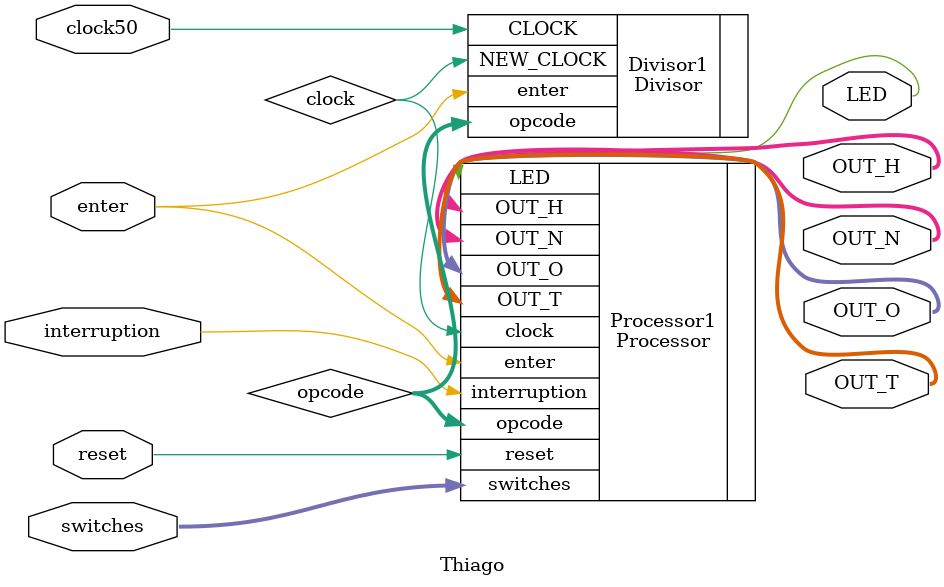
<source format=v>
module Thiago (
	input reset,
	input clock50,
	input interruption,
	input enter,
	input [14:0] switches,
	output [6:0] OUT_H,
	output [6:0] OUT_T,
	output [6:0] OUT_O,
	output [6:0] OUT_N,
	output LED
);
	wire clock;
	wire [5:0] opcode;
	
	Divisor Divisor1 (
		.enter(enter),
		.CLOCK(clock50),
		.opcode(opcode),
		.NEW_CLOCK(clock)
	);
	
	Processor Processor1(
		.reset(reset),
		.clock(clock),
		.interruption(interruption),
		.enter(enter),
		.switches(switches),
		.OUT_H(OUT_H),
		.OUT_T(OUT_T),
		.OUT_O(OUT_O),
		.OUT_N(OUT_N),
		.opcode(opcode),
		.LED(LED)
	);
	
endmodule

</source>
